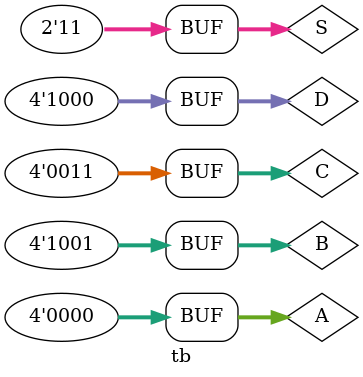
<source format=v>
module tb();

    reg [3:0] A,B,C,D;
    reg [1:0] S;
    wire [3:0] Y;

    MUX dut (
        .A(A), .B(B),.C(C), .D(D), .S(S), .Y(Y)
    );

    initial begin
      A <= 4'b0000;
      B <= 4'b1001;
      C <= 4'b0011;
      D <= 4'b1000;
      #100;

      S <= 2'b00;
      #100;

      S <= 2'b01;
      #100;

      S <= 2'b10;
      #100;

      S <= 2'b11;
      #100;
    end

    initial begin
      $dumpfile("dump.vcd");
      $dumpvars(0);
    end

endmodule
</source>
